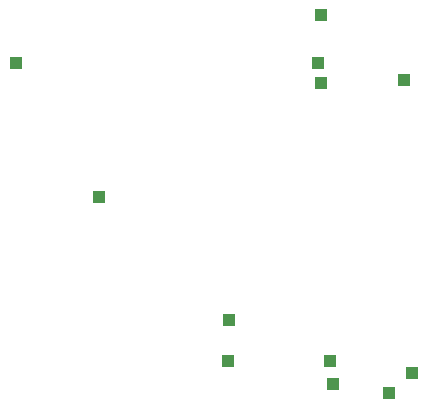
<source format=gbp>
G04*
G04 #@! TF.GenerationSoftware,Altium Limited,Altium Designer,21.6.4 (81)*
G04*
G04 Layer_Color=128*
%FSLAX44Y44*%
%MOMM*%
G71*
G04*
G04 #@! TF.SameCoordinates,D26747ED-23D3-466A-99B4-63F3962E0784*
G04*
G04*
G04 #@! TF.FilePolarity,Positive*
G04*
G01*
G75*
%ADD113R,1.0000X1.0000*%
%ADD114R,1.0000X1.0000*%
D113*
X602500Y330000D02*
D03*
X545000Y592500D02*
D03*
X555000Y337500D02*
D03*
X545000Y650000D02*
D03*
X466012Y357500D02*
D03*
X552500D02*
D03*
X542500Y610000D02*
D03*
X615000Y595000D02*
D03*
X622500Y347500D02*
D03*
X357250Y496500D02*
D03*
D114*
X287000Y610000D02*
D03*
X467500Y392500D02*
D03*
M02*

</source>
